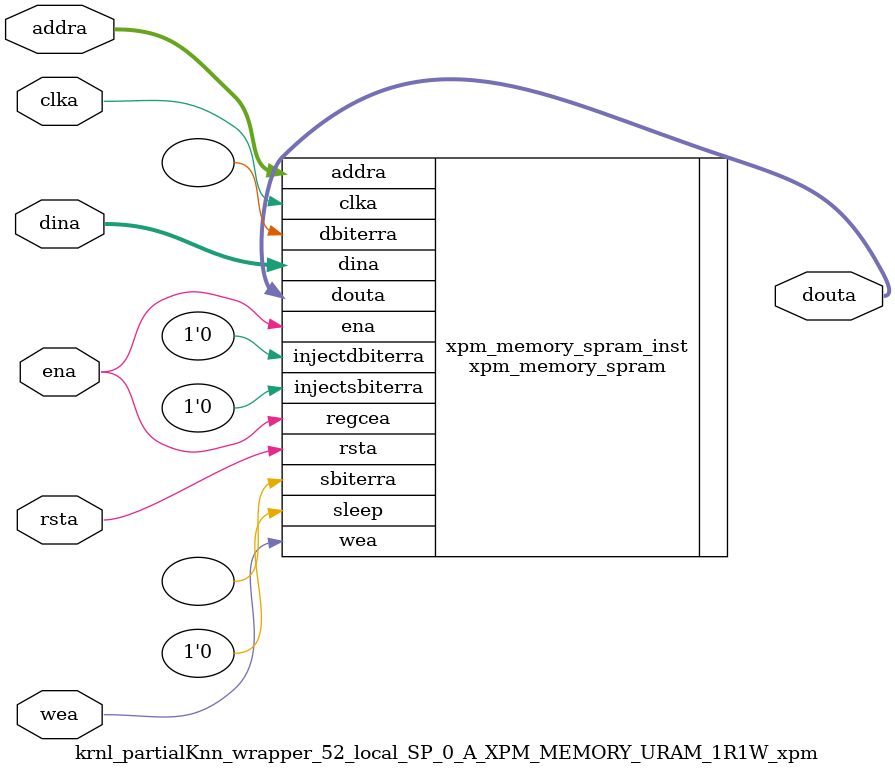
<source format=v>
`timescale 1 ns / 1 ps
module krnl_partialKnn_wrapper_52_local_SP_0_A_XPM_MEMORY_URAM_1R1W_xpm # (
  // Common module parameters
  parameter integer                 MEMORY_SIZE        = 524288,
  parameter                         MEMORY_PRIMITIVE   = "ultra",
  parameter                         ECC_MODE           = "no_ecc",
  parameter                         MEMORY_INIT_FILE   = "none",
  parameter                         WAKEUP_TIME        = "disable_sleep",
  parameter integer                 MESSAGE_CONTROL    = 0,
  // Port A module parameters
  parameter integer                 WRITE_DATA_WIDTH_A = 256,
  parameter integer                 READ_DATA_WIDTH_A  = WRITE_DATA_WIDTH_A,
  parameter integer                 BYTE_WRITE_WIDTH_A = WRITE_DATA_WIDTH_A,
  parameter integer                 ADDR_WIDTH_A       = 11,
  parameter                         READ_RESET_VALUE_A = "0",
  parameter integer                 READ_LATENCY_A     = 1,
  parameter                         WRITE_MODE_A       = "read_first"
) (
  // Port A module ports
  input  wire                                               clka,
  input  wire                                               rsta,
  input  wire                                               ena,
  input  wire [(WRITE_DATA_WIDTH_A/BYTE_WRITE_WIDTH_A)-1:0] wea,
  input  wire [ADDR_WIDTH_A-1:0]                            addra,
  input  wire [WRITE_DATA_WIDTH_A-1:0]                      dina,
  output wire [READ_DATA_WIDTH_A-1:0]                       douta
);
// Set parameter values and connect ports to instantiate an XPM_MEMORY single port RAM configuration
xpm_memory_spram # (
  // Common module parameters
  .MEMORY_SIZE        (MEMORY_SIZE),   //positive integer
  .MEMORY_PRIMITIVE   (MEMORY_PRIMITIVE),      //string; "auto", "distributed", "block" or "ultra";
  .ECC_MODE           (ECC_MODE),      //do not change
  .MEMORY_INIT_FILE   (MEMORY_INIT_FILE), //string; "none" or "<filename>.mem" 
  .MEMORY_INIT_PARAM  (""), //string;
  .WAKEUP_TIME        (WAKEUP_TIME),      //string; "disable_sleep" or "use_sleep_pin"
  .MESSAGE_CONTROL    (MESSAGE_CONTROL),      //do not change
  // Port A module parameters
  .WRITE_DATA_WIDTH_A (WRITE_DATA_WIDTH_A),     //positive integer
  .READ_DATA_WIDTH_A  (READ_DATA_WIDTH_A),     //positive integer
  .BYTE_WRITE_WIDTH_A (BYTE_WRITE_WIDTH_A),     //integer; 8, 9, or WRITE_DATA_WIDTH_A value
  .ADDR_WIDTH_A       (ADDR_WIDTH_A),      //positive integer
  .READ_RESET_VALUE_A (READ_RESET_VALUE_A),  //string
  .READ_LATENCY_A     (READ_LATENCY_A),      //non-negative integer
  .WRITE_MODE_A       (WRITE_MODE_A)       //string; "write_first", "read_first", "no_change"
) xpm_memory_spram_inst (
  // Common module ports
  .sleep          (1'b0),  //do not change
  // Port A module ports
  .clka           (clka),
  .rsta           (rsta),
  .ena            (ena),
  .regcea         (ena),
  .wea            (wea),
  .addra          (addra),
  .dina           (dina),
  .injectsbiterra (1'b0),  //do not change
  .injectdbiterra (1'b0),  //do not change
  .douta          (douta),
  .sbiterra       (),      //do not change
  .dbiterra       ()       //do not change
);
endmodule
</source>
